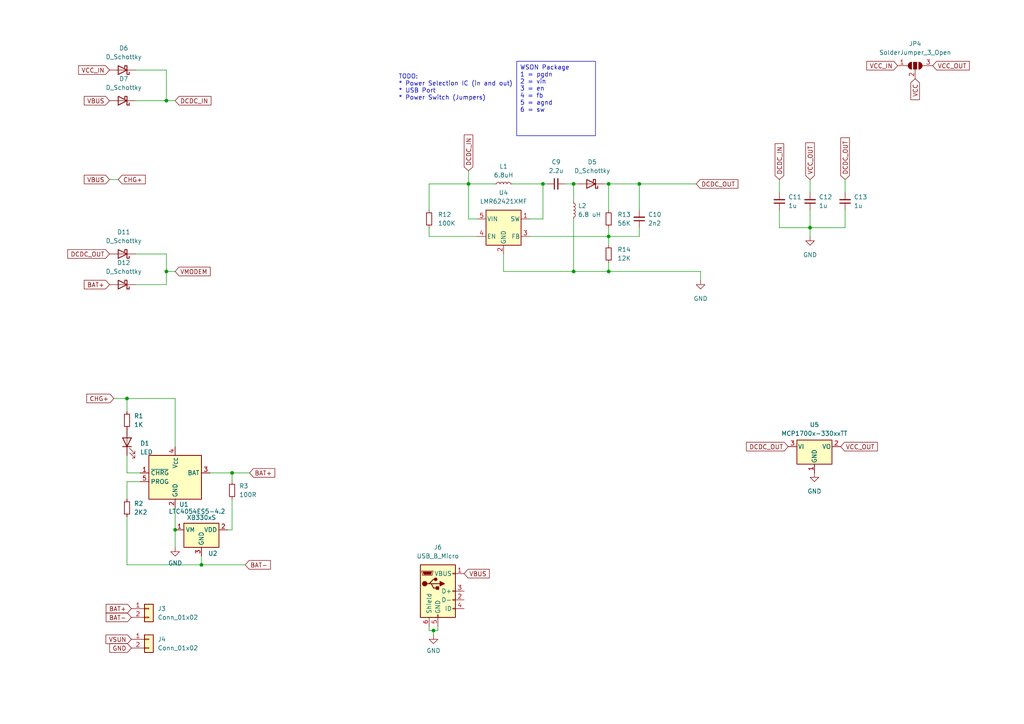
<source format=kicad_sch>
(kicad_sch (version 20230121) (generator eeschema)
  (paper "A4")
  (lib_symbols
    (symbol "AvS_Battery_Management:XB330xA"
      (property "Reference" "U" (at -3.81 3.175 0))
      (property "Value" "XB330xS" (at 0 3.175 0))
      (symbol "XB330xA_0_1"
        (rectangle (start -5.08 1.905) (end 5.08 -5.08) (stroke (width 0.254)) (fill (type background)))
      )
      (symbol "XB330xA_1_1"
        (pin power_in line (at -7.62 0 0) (length 2.54) (name "VM") (number "1"))
        (pin power_out line (at 7.62 0 180) (length 2.54) (name "VDD") (number "2"))
        (pin input line (at 0 -7.62 90) (length 2.54) (name "GND") (number "3"))
      )
    )
    (symbol "Battery_Management:LTC4054ES5-4.2"
      (property "Reference" "U" (at -5.842 6.604 0))
      (property "Value" "LTC4054ES5-4.2" (at 1.524 6.604 0))
      (symbol "LTC4054ES5-4.2_0_1"
        (rectangle (start -7.62 5.08) (end 7.62 -7.62) (stroke (width 0.254)) (fill (type background)))
      )
      (symbol "LTC4054ES5-4.2_1_1"
        (pin open_collector line (at -10.16 0 0) (length 2.54) (name "~{CHRG}") (number "1"))
        (pin power_in line (at 0 -10.16 90) (length 2.54) (name "GND") (number "2"))
        (pin power_out line (at 10.16 0 180) (length 2.54) (name "BAT") (number "3"))
        (pin power_in line (at 0 7.62 270) (length 2.54) (name "V_{CC}") (number "4"))
        (pin bidirectional line (at -10.16 -2.54 0) (length 2.54) (name "PROG") (number "5"))
      )
    )
    (symbol "Connector:USB_B_Micro" (pin_names (offset 1.016))
      (property "Reference" "J" (at -5.08 11.43 0))
      (property "Value" "USB_B_Micro" (at -5.08 8.89 0))
      (symbol "USB_B_Micro_0_1"
        (rectangle (start -5.08 -7.62) (end 5.08 7.62) (stroke (width 0.254)) (fill (type background)))
        (circle (center -3.81 2.159) (radius 0.635) (stroke (width 0.254)) (fill (type outline)))
        (circle (center -0.635 3.429) (radius 0.381) (stroke (width 0.254)) (fill (type outline)))
        (rectangle (start -0.127 -7.62) (end 0.127 -6.858))
        (polyline (pts (xy -1.905 2.159) (xy 0.635 2.159)) (stroke (width 0.254)))
        (polyline (pts (xy -3.175 2.159) (xy -2.54 2.159) (xy -1.27 3.429) (xy -0.635 3.429)) (stroke (width 0.254)))
        (polyline (pts (xy -2.54 2.159) (xy -1.905 2.159) (xy -1.27 0.889) (xy 0 0.889)) (stroke (width 0.254)))
        (polyline (pts (xy 0.635 2.794) (xy 0.635 1.524) (xy 1.905 2.159) (xy 0.635 2.794)) (stroke (width 0.254)) (fill (type outline)))
        (polyline (pts (xy -4.318 5.588) (xy -1.778 5.588) (xy -2.032 4.826) (xy -4.064 4.826) (xy -4.318 5.588)) (fill (type outline)))
        (polyline (pts (xy -4.699 5.842) (xy -4.699 5.588) (xy -4.445 4.826) (xy -4.445 4.572) (xy -1.651 4.572) (xy -1.651 4.826) (xy -1.397 5.588) (xy -1.397 5.842) (xy -4.699 5.842)))
        (rectangle (start 0.254 1.27) (end -0.508 0.508) (stroke (width 0.254)) (fill (type outline)))
        (rectangle (start 5.08 -5.207) (end 4.318 -4.953))
        (rectangle (start 5.08 -2.667) (end 4.318 -2.413))
        (rectangle (start 5.08 -0.127) (end 4.318 0.127))
        (rectangle (start 5.08 4.953) (end 4.318 5.207))
      )
      (symbol "USB_B_Micro_1_1"
        (pin power_out line (at 7.62 5.08 180) (length 2.54) (name "VBUS") (number "1"))
        (pin bidirectional line (at 7.62 -2.54 180) (length 2.54) (name "D-") (number "2"))
        (pin bidirectional line (at 7.62 0 180) (length 2.54) (name "D+") (number "3"))
        (pin passive line (at 7.62 -5.08 180) (length 2.54) (name "ID") (number "4"))
        (pin power_out line (at 0 -10.16 90) (length 2.54) (name "GND") (number "5"))
        (pin passive line (at -2.54 -10.16 90) (length 2.54) (name "Shield") (number "6"))
      )
    )
    (symbol "Connector_Generic:Conn_01x02" (pin_names (offset 1.016) hide)
      (property "Reference" "J" (at 0 2.54 0))
      (property "Value" "Conn_01x02" (at 0 -5.08 0))
      (symbol "Conn_01x02_1_1"
        (rectangle (start -1.27 -2.413) (end 0 -2.667) (stroke (width 0.1524)))
        (rectangle (start -1.27 0.127) (end 0 -0.127) (stroke (width 0.1524)))
        (rectangle (start -1.27 1.27) (end 1.27 -3.81) (stroke (width 0.254)) (fill (type background)))
        (pin passive line (at -5.08 0 0) (length 3.81) (name "Pin_1") (number "1"))
        (pin passive line (at -5.08 -2.54 0) (length 3.81) (name "Pin_2") (number "2"))
      )
    )
    (symbol "Device:C_Small" (pin_numbers hide) (pin_names (offset 0.254) hide)
      (property "Reference" "C" (at 0.254 1.778 0))
      (property "Value" "C_Small" (at 0.254 -2.032 0))
      (symbol "C_Small_0_1"
        (polyline (pts (xy -1.524 -0.508) (xy 1.524 -0.508)) (stroke (width 0.3302)))
        (polyline (pts (xy -1.524 0.508) (xy 1.524 0.508)) (stroke (width 0.3048)))
      )
      (symbol "C_Small_1_1"
        (pin passive line (at 0 2.54 270) (length 2.032) (name "~") (number "1"))
        (pin passive line (at 0 -2.54 90) (length 2.032) (name "~") (number "2"))
      )
    )
    (symbol "Device:D_Schottky" (pin_numbers hide) (pin_names (offset 1.016) hide)
      (property "Reference" "D" (at 0 2.54 0))
      (property "Value" "D_Schottky" (at 0 -2.54 0))
      (symbol "D_Schottky_0_1"
        (polyline (pts (xy 1.27 0) (xy -1.27 0)))
        (polyline (pts (xy 1.27 1.27) (xy 1.27 -1.27) (xy -1.27 0) (xy 1.27 1.27)) (stroke (width 0.254)))
        (polyline (pts (xy -1.905 0.635) (xy -1.905 1.27) (xy -1.27 1.27) (xy -1.27 -1.27) (xy -0.635 -1.27) (xy -0.635 -0.635)) (stroke (width 0.254)))
      )
      (symbol "D_Schottky_1_1"
        (pin passive line (at -3.81 0 0) (length 2.54) (name "K") (number "1"))
        (pin passive line (at 3.81 0 180) (length 2.54) (name "A") (number "2"))
      )
    )
    (symbol "Device:LED" (pin_numbers hide) (pin_names (offset 1.016) hide)
      (property "Reference" "D" (at 0 2.54 0))
      (property "Value" "LED" (at 0 -2.54 0))
      (symbol "LED_0_1"
        (polyline (pts (xy -1.27 -1.27) (xy -1.27 1.27)) (stroke (width 0.254)))
        (polyline (pts (xy -1.27 0) (xy 1.27 0)))
        (polyline (pts (xy 1.27 -1.27) (xy 1.27 1.27) (xy -1.27 0) (xy 1.27 -1.27)) (stroke (width 0.254)))
        (polyline (pts (xy -3.048 -0.762) (xy -4.572 -2.286) (xy -3.81 -2.286) (xy -4.572 -2.286) (xy -4.572 -1.524)))
        (polyline (pts (xy -1.778 -0.762) (xy -3.302 -2.286) (xy -2.54 -2.286) (xy -3.302 -2.286) (xy -3.302 -1.524)))
      )
      (symbol "LED_1_1"
        (pin passive line (at -3.81 0 0) (length 2.54) (name "K") (number "1"))
        (pin passive line (at 3.81 0 180) (length 2.54) (name "A") (number "2"))
      )
    )
    (symbol "Device:L_Small" (pin_numbers hide) (pin_names (offset 0.254) hide)
      (property "Reference" "L" (at 0.762 1.016 0))
      (property "Value" "L_Small" (at 0.762 -1.016 0))
      (symbol "L_Small_0_1"
        (arc (start 0 -2.032) (mid 0.5058 -1.524) (end 0 -1.016))
        (arc (start 0 -1.016) (mid 0.5058 -0.508) (end 0 0))
        (arc (start 0 0) (mid 0.5058 0.508) (end 0 1.016))
        (arc (start 0 1.016) (mid 0.5058 1.524) (end 0 2.032))
      )
      (symbol "L_Small_1_1"
        (pin passive line (at 0 2.54 270) (length 0.508) (name "~") (number "1"))
        (pin passive line (at 0 -2.54 90) (length 0.508) (name "~") (number "2"))
      )
    )
    (symbol "Device:R_Small" (pin_numbers hide) (pin_names (offset 0.254) hide)
      (property "Reference" "R" (at 0.762 0.508 0))
      (property "Value" "R_Small" (at 0.762 -1.016 0))
      (symbol "R_Small_0_1"
        (rectangle (start -0.762 1.778) (end 0.762 -1.778) (stroke (width 0.2032)))
      )
      (symbol "R_Small_1_1"
        (pin passive line (at 0 2.54 270) (length 0.762) (name "~") (number "1"))
        (pin passive line (at 0 -2.54 90) (length 0.762) (name "~") (number "2"))
      )
    )
    (symbol "Jumper:SolderJumper_3_Open" (pin_names (offset 0) hide)
      (property "Reference" "JP" (at -2.54 -2.54 0))
      (property "Value" "SolderJumper_3_Open" (at 0 2.794 0))
      (symbol "SolderJumper_3_Open_0_1"
        (arc (start -1.016 1.016) (mid -2.0276 0) (end -1.016 -1.016))
        (arc (start -1.016 1.016) (mid -2.0276 0) (end -1.016 -1.016) (fill (type outline)))
        (rectangle (start -0.508 1.016) (end 0.508 -1.016) (fill (type outline)))
        (polyline (pts (xy -2.54 0) (xy -2.032 0)))
        (polyline (pts (xy -1.016 1.016) (xy -1.016 -1.016)))
        (polyline (pts (xy 0 -1.27) (xy 0 -1.016)))
        (polyline (pts (xy 1.016 1.016) (xy 1.016 -1.016)))
        (polyline (pts (xy 2.54 0) (xy 2.032 0)))
        (arc (start 1.016 -1.016) (mid 2.0276 0) (end 1.016 1.016))
        (arc (start 1.016 -1.016) (mid 2.0276 0) (end 1.016 1.016) (fill (type outline)))
      )
      (symbol "SolderJumper_3_Open_1_1"
        (pin passive line (at -5.08 0 0) (length 2.54) (name "A") (number "1"))
        (pin passive line (at 0 -3.81 90) (length 2.54) (name "C") (number "2"))
        (pin passive line (at 5.08 0 180) (length 2.54) (name "B") (number "3"))
      )
    )
    (symbol "Regulator_Linear:MCP1700x-330xxTT" (pin_names (offset 0.254))
      (property "Reference" "U" (at -3.81 3.175 0))
      (property "Value" "MCP1700x-330xxTT" (at 0 3.175 0))
      (symbol "MCP1700x-330xxTT_0_1"
        (rectangle (start -5.08 1.905) (end 5.08 -5.08) (stroke (width 0.254)) (fill (type background)))
      )
      (symbol "MCP1700x-330xxTT_1_1"
        (pin power_in line (at 0 -7.62 90) (length 2.54) (name "GND") (number "1"))
        (pin power_out line (at 7.62 0 180) (length 2.54) (name "VO") (number "2"))
        (pin power_in line (at -7.62 0 0) (length 2.54) (name "VI") (number "3"))
      )
    )
    (symbol "Regulator_Switching:LMR62421XMF" (pin_names (offset 0.254))
      (property "Reference" "U" (at -5.08 6.35 0))
      (property "Value" "LMR62421XMF" (at 0 6.35 0))
      (symbol "LMR62421XMF_0_1"
        (rectangle (start -5.08 5.08) (end 5.08 -5.08) (stroke (width 0.254)) (fill (type background)))
      )
      (symbol "LMR62421XMF_1_1"
        (pin output line (at 7.62 2.54 180) (length 2.54) (name "SW") (number "1"))
        (pin power_in line (at 0 -7.62 90) (length 2.54) (name "GND") (number "2"))
        (pin input line (at 7.62 -2.54 180) (length 2.54) (name "FB") (number "3"))
        (pin input line (at -7.62 -2.54 0) (length 2.54) (name "EN") (number "4"))
        (pin input line (at -7.62 2.54 0) (length 2.54) (name "VIN") (number "5"))
      )
    )
    (symbol "power:GND" (power) (pin_names (offset 0))
      (property "Value" "GND" (at 0 -3.81 0))
      (symbol "GND_0_1"
        (polyline (pts (xy 0 0) (xy 0 -1.27) (xy 1.27 -1.27) (xy 0 -2.54) (xy -1.27 -1.27) (xy 0 -1.27)))
      )
      (symbol "GND_1_1"
        (pin power_in line (at 0 0 270) (length 0) hide (name "GND") (number "1"))
      )
    )
  )
  (junction (at 157.48 53.34))
  (junction (at 176.53 53.34))
  (junction (at 185.42 53.34))
  (junction (at 48.26 29.21))
  (junction (at 48.26 78.74))
  (junction (at 166.37 78.74))
  (junction (at 176.53 78.74))
  (junction (at 234.95 66.04))
  (junction (at 50.8 153.67))
  (junction (at 135.89 53.34))
  (junction (at 58.42 163.83))
  (junction (at 125.73 182.88))
  (junction (at 67.31 137.16))
  (junction (at 176.53 68.58))
  (junction (at 166.37 53.34))
  (junction (at 36.83 115.57))
  (wire (pts (xy 153.67 63.5) (xy 157.48 63.5)))
  (wire (pts (xy 50.8 153.67) (xy 50.8 158.75)))
  (wire (pts (xy 135.89 53.34) (xy 143.51 53.34)))
  (wire (pts (xy 163.83 53.34) (xy 166.37 53.34)))
  (wire (pts (xy 48.26 82.55) (xy 39.37 82.55)))
  (wire (pts (xy 234.95 52.07) (xy 234.95 55.88)))
  (wire (pts (xy 185.42 53.34) (xy 176.53 53.34)))
  (wire (pts (xy 67.31 144.78) (xy 67.31 153.67)))
  (wire (pts (xy 135.89 53.34) (xy 124.46 53.34)))
  (wire (pts (xy 36.83 139.7) (xy 36.83 144.78)))
  (wire (pts (xy 67.31 153.67) (xy 66.04 153.67)))
  (wire (pts (xy 185.42 68.58) (xy 185.42 66.04)))
  (wire (pts (xy 67.31 137.16) (xy 72.39 137.16)))
  (wire (pts (xy 157.48 63.5) (xy 157.48 53.34)))
  (wire (pts (xy 166.37 53.34) (xy 167.64 53.34)))
  (wire (pts (xy 71.12 163.83) (xy 58.42 163.83)))
  (wire (pts (xy 36.83 137.16) (xy 40.64 137.16)))
  (wire (pts (xy 176.53 68.58) (xy 185.42 68.58)))
  (wire (pts (xy 127 181.61) (xy 127 182.88)))
  (wire (pts (xy 146.05 73.66) (xy 146.05 78.74)))
  (wire (pts (xy 153.67 68.58) (xy 176.53 68.58)))
  (wire (pts (xy 226.06 60.96) (xy 226.06 66.04)))
  (wire (pts (xy 31.75 52.07) (xy 34.29 52.07)))
  (wire (pts (xy 36.83 115.57) (xy 50.8 115.57)))
  (wire (pts (xy 36.83 132.08) (xy 36.83 137.16)))
  (wire (pts (xy 176.53 66.04) (xy 176.53 68.58)))
  (wire (pts (xy 60.96 137.16) (xy 67.31 137.16)))
  (wire (pts (xy 124.46 182.88) (xy 125.73 182.88)))
  (wire (pts (xy 36.83 149.86) (xy 36.83 163.83)))
  (wire (pts (xy 124.46 68.58) (xy 124.46 66.04)))
  (wire (pts (xy 175.26 53.34) (xy 176.53 53.34)))
  (wire (pts (xy 39.37 29.21) (xy 48.26 29.21)))
  (wire (pts (xy 245.11 66.04) (xy 245.11 60.96)))
  (wire (pts (xy 48.26 78.74) (xy 50.8 78.74)))
  (wire (pts (xy 125.73 182.88) (xy 125.73 184.15)))
  (wire (pts (xy 203.2 78.74) (xy 203.2 81.28)))
  (wire (pts (xy 67.31 139.7) (xy 67.31 137.16)))
  (wire (pts (xy 148.59 53.34) (xy 157.48 53.34)))
  (wire (pts (xy 39.37 73.66) (xy 48.26 73.66)))
  (wire (pts (xy 176.53 68.58) (xy 176.53 71.12)))
  (wire (pts (xy 124.46 181.61) (xy 124.46 182.88)))
  (wire (pts (xy 166.37 63.5) (xy 166.37 78.74)))
  (wire (pts (xy 166.37 53.34) (xy 166.37 58.42)))
  (wire (pts (xy 185.42 60.96) (xy 185.42 53.34)))
  (wire (pts (xy 185.42 53.34) (xy 201.93 53.34)))
  (wire (pts (xy 39.37 20.32) (xy 48.26 20.32)))
  (wire (pts (xy 245.11 52.07) (xy 245.11 55.88)))
  (wire (pts (xy 33.02 115.57) (xy 36.83 115.57)))
  (wire (pts (xy 226.06 52.07) (xy 226.06 55.88)))
  (wire (pts (xy 48.26 78.74) (xy 48.26 82.55)))
  (wire (pts (xy 176.53 53.34) (xy 176.53 60.96)))
  (wire (pts (xy 138.43 63.5) (xy 135.89 63.5)))
  (wire (pts (xy 146.05 78.74) (xy 166.37 78.74)))
  (wire (pts (xy 125.73 182.88) (xy 127 182.88)))
  (wire (pts (xy 36.83 163.83) (xy 58.42 163.83)))
  (wire (pts (xy 50.8 147.32) (xy 50.8 153.67)))
  (wire (pts (xy 50.8 115.57) (xy 50.8 129.54)))
  (wire (pts (xy 138.43 68.58) (xy 124.46 68.58)))
  (wire (pts (xy 176.53 78.74) (xy 203.2 78.74)))
  (wire (pts (xy 124.46 53.34) (xy 124.46 60.96)))
  (wire (pts (xy 157.48 53.34) (xy 158.75 53.34)))
  (wire (pts (xy 234.95 66.04) (xy 245.11 66.04)))
  (wire (pts (xy 48.26 73.66) (xy 48.26 78.74)))
  (wire (pts (xy 40.64 139.7) (xy 36.83 139.7)))
  (wire (pts (xy 176.53 78.74) (xy 166.37 78.74)))
  (wire (pts (xy 135.89 53.34) (xy 135.89 49.53)))
  (wire (pts (xy 135.89 63.5) (xy 135.89 53.34)))
  (wire (pts (xy 58.42 163.83) (xy 58.42 161.29)))
  (wire (pts (xy 176.53 76.2) (xy 176.53 78.74)))
  (wire (pts (xy 234.95 60.96) (xy 234.95 66.04)))
  (wire (pts (xy 48.26 29.21) (xy 50.8 29.21)))
  (wire (pts (xy 226.06 66.04) (xy 234.95 66.04)))
  (wire (pts (xy 234.95 66.04) (xy 234.95 68.58)))
  (wire (pts (xy 48.26 20.32) (xy 48.26 29.21)))
  (wire (pts (xy 36.83 115.57) (xy 36.83 119.38)))
  (text_box "WSON Package\n1 = pgdn\n2 = vin\n3 = en\n4 = fb\n5 = agnd\n6 = sw" (at 149.86 17.78 0) (size 22.86 21.59) (effects (font (size 1.27 1.27)) (justify left top)))
  (text "TODO: \n* Power Selection IC (in and out)\n* USB Port\n* Power Switch (Jumpers)  " (at 115.57 29.21 0) (effects (font (size 1.27 1.27)) (justify left bottom)))
  (global_label "BAT+" (shape input) (at 72.39 137.16 0) (property "Intersheetrefs" "${INTERSHEET_REFS}" (effects hide)))
  (global_label "BAT+" (shape input) (at 31.75 82.55 180) (property "Intersheetrefs" "${INTERSHEET_REFS}" (effects hide)))
  (global_label "VCC_IN" (shape input) (at 260.35 19.05 180) (property "Intersheetrefs" "${INTERSHEET_REFS}" (effects hide)))
  (global_label "CHG+" (shape input) (at 33.02 115.57 180) (property "Intersheetrefs" "${INTERSHEET_REFS}" (effects hide)))
  (global_label "VCC_IN" (shape input) (at 31.75 20.32 180) (property "Intersheetrefs" "${INTERSHEET_REFS}" (effects hide)))
  (global_label "DCDC_OUT" (shape input) (at 245.11 52.07 90) (property "Intersheetrefs" "${INTERSHEET_REFS}" (effects hide)))
  (global_label "VCC_OUT" (shape input) (at 243.84 129.54 0) (property "Intersheetrefs" "${INTERSHEET_REFS}" (effects hide)))
  (global_label "DCDC_IN" (shape input) (at 50.8 29.21 0) (property "Intersheetrefs" "${INTERSHEET_REFS}" (effects hide)))
  (global_label "DCDC_IN" (shape input) (at 226.06 52.07 90) (property "Intersheetrefs" "${INTERSHEET_REFS}" (effects hide)))
  (global_label "DCDC_OUT" (shape input) (at 228.6 129.54 180) (property "Intersheetrefs" "${INTERSHEET_REFS}" (effects hide)))
  (global_label "BAT+" (shape input) (at 38.1 176.53 180) (property "Intersheetrefs" "${INTERSHEET_REFS}" (effects hide)))
  (global_label "VSUN" (shape input) (at 38.1 185.42 180) (property "Intersheetrefs" "${INTERSHEET_REFS}" (effects hide)))
  (global_label "VBUS" (shape input) (at 134.62 166.37 0) (property "Intersheetrefs" "${INTERSHEET_REFS}" (effects hide)))
  (global_label "VCC_OUT" (shape input) (at 270.51 19.05 0) (property "Intersheetrefs" "${INTERSHEET_REFS}" (effects hide)))
  (global_label "GND" (shape input) (at 38.1 187.96 180) (property "Intersheetrefs" "${INTERSHEET_REFS}" (effects hide)))
  (global_label "BAT-" (shape input) (at 38.1 179.07 180) (property "Intersheetrefs" "${INTERSHEET_REFS}" (effects hide)))
  (global_label "VMODEM" (shape input) (at 50.8 78.74 0) (property "Intersheetrefs" "${INTERSHEET_REFS}" (effects hide)))
  (global_label "BAT-" (shape input) (at 71.12 163.83 0) (property "Intersheetrefs" "${INTERSHEET_REFS}" (effects hide)))
  (global_label "DCDC_OUT" (shape input) (at 31.75 73.66 180) (property "Intersheetrefs" "${INTERSHEET_REFS}" (effects hide)))
  (global_label "DCDC_IN" (shape input) (at 135.89 49.53 90) (property "Intersheetrefs" "${INTERSHEET_REFS}" (effects hide)))
  (global_label "DCDC_OUT" (shape input) (at 201.93 53.34 0) (property "Intersheetrefs" "${INTERSHEET_REFS}" (effects hide)))
  (global_label "VBUS" (shape input) (at 31.75 52.07 180) (property "Intersheetrefs" "${INTERSHEET_REFS}" (effects hide)))
  (global_label "VCC" (shape input) (at 265.43 22.86 270) (property "Intersheetrefs" "${INTERSHEET_REFS}" (effects hide)) (property "Intersheet-verwijzingen" "${INTERSHEET_REFS}" (effects hide)))
  (global_label "VCC_OUT" (shape input) (at 234.95 52.07 90) (property "Intersheetrefs" "${INTERSHEET_REFS}" (effects hide)))
  (global_label "CHG+" (shape input) (at 34.29 52.07 0) (property "Intersheetrefs" "${INTERSHEET_REFS}" (effects hide)))
  (global_label "VBUS" (shape input) (at 31.75 29.21 180) (property "Intersheetrefs" "${INTERSHEET_REFS}" (effects hide)))
  (symbol (lib_id "Jumper:SolderJumper_3_Open") (at 265.43 19.05 0) (unit 1)
    (property "Reference" "JP4" (at 265.43 12.7 0))
    (property "Value" "SolderJumper_3_Open" (at 265.43 15.24 0))
    (property "Footprint" "Jumper:SolderJumper-3_P1.3mm_Open_RoundedPad1.0x1.5mm" (effects hide))
  )
  (symbol (lib_id "power:GND") (at 236.22 137.16 0) (unit 1)
    (property "Reference" "#PWR024" (effects hide))
    (property "Value" "GND" (at 236.22 142.494 0))
  )
  (symbol (lib_id "power:GND") (at 234.95 68.58 0) (unit 1)
    (property "Reference" "#PWR025" (effects hide))
    (property "Value" "GND" (at 234.95 73.914 0))
  )
  (symbol (lib_id "Device:D_Schottky") (at 35.56 73.66 180) (unit 1)
    (property "Reference" "D11" (at 35.8775 67.31 0))
    (property "Value" "D_Schottky" (at 35.8775 69.85 0))
    (property "Footprint" "Diode_SMD:D_0805_2012Metric" (effects hide))
  )
  (symbol (lib_id "Regulator_Switching:LMR62421XMF") (at 146.05 66.04 0) (unit 1)
    (property "Reference" "U4" (at 146.05 55.88 0))
    (property "Value" "LMR62421XMF" (at 146.05 58.42 0))
    (property "Footprint" "Package_TO_SOT_SMD:SOT-23-5" (effects hide))
    (property "Datasheet" "http://www.ti.com/lit/ds/symlink/lmr62421.pdf" (effects hide))
  )
  (symbol (lib_id "power:GND") (at 203.2 81.28 0) (unit 1)
    (property "Reference" "#PWR023" (effects hide))
    (property "Value" "GND" (at 203.2 86.614 0))
  )
  (symbol (lib_id "power:GND") (at 50.8 158.75 0) (unit 1)
    (property "Reference" "#PWR01" (effects hide))
    (property "Value" "GND" (at 50.8 163.322 0))
  )
  (symbol (lib_id "Regulator_Linear:MCP1700x-330xxTT") (at 236.22 129.54 0) (unit 1)
    (property "Reference" "U5" (at 236.22 123.19 0))
    (property "Value" "MCP1700x-330xxTT" (at 236.22 125.73 0))
    (property "Footprint" "Package_TO_SOT_SMD:SOT-23" (effects hide))
    (property "Datasheet" "http://ww1.microchip.com/downloads/en/DeviceDoc/20001826D.pdf" (effects hide))
  )
  (symbol (lib_id "Device:C_Small") (at 185.42 63.5 180) (unit 1)
    (property "Reference" "C10" (at 187.96 62.2236 0) (effects (justify right)))
    (property "Value" "2n2" (at 187.96 64.7636 0) (effects (justify right)))
    (property "Footprint" "Capacitor_SMD:C_0805_2012Metric" (effects hide))
  )
  (symbol (lib_id "Device:R_Small") (at 176.53 73.66 0) (unit 1)
    (property "Reference" "R14" (at 179.07 72.39 0) (effects (justify left)))
    (property "Value" "12K" (at 179.07 74.93 0) (effects (justify left)))
    (property "Footprint" "Resistor_SMD:R_0805_2012Metric" (effects hide))
  )
  (symbol (lib_id "Device:R_Small") (at 67.31 142.24 0) (unit 1)
    (property "Reference" "R3" (at 69.342 140.97 0) (effects (justify left)))
    (property "Value" "100R" (at 69.342 143.51 0) (effects (justify left)))
    (property "Footprint" "Resistor_SMD:R_0805_2012Metric" (effects hide))
  )
  (symbol (lib_id "Device:R_Small") (at 36.83 147.32 0) (unit 1)
    (property "Reference" "R2" (at 38.862 146.05 0) (effects (justify left)))
    (property "Value" "2K2" (at 38.862 148.59 0) (effects (justify left)))
    (property "Footprint" "Resistor_SMD:R_0805_2012Metric" (effects hide))
  )
  (symbol (lib_id "Connector_Generic:Conn_01x02") (at 43.18 185.42 0) (unit 1)
    (property "Reference" "J4" (at 45.72 185.42 0) (effects (justify left)))
    (property "Value" "Conn_01x02" (at 45.72 187.96 0) (effects (justify left)))
    (property "Footprint" "Connector_PinHeader_2.54mm:PinHeader_1x02_P2.54mm_Horizontal" (effects hide))
  )
  (symbol (lib_id "power:GND") (at 125.73 184.15 0) (unit 1)
    (property "Reference" "#PWR01" (effects hide))
    (property "Value" "GND" (at 125.73 188.722 0))
    (instances (project "m590" (path "" (reference "#PWR01") (unit 1)) (path "" (reference "#PWR03") (unit 1))))
  )
  (symbol (lib_id "Device:C_Small") (at 245.11 58.42 180) (unit 1)
    (property "Reference" "C13" (at 247.65 57.1436 0) (effects (justify right)))
    (property "Value" "1u" (at 247.65 59.6836 0) (effects (justify right)))
    (property "Footprint" "Capacitor_SMD:C_0805_2012Metric" (effects hide))
  )
  (symbol (lib_id "Device:C_Small") (at 161.29 53.34 90) (unit 1)
    (property "Reference" "C9" (at 161.2963 46.99 90))
    (property "Value" "2.2u" (at 161.2963 49.53 90))
    (property "Footprint" "Capacitor_SMD:C_0805_2012Metric" (effects hide))
  )
  (symbol (lib_id "Battery_Management:LTC4054ES5-4.2") (at 50.8 137.16 0) (unit 1)
    (property "Reference" "U1" (at 53.34 146.304 0))
    (property "Value" "LTC4054ES5-4.2" (at 57.15 148.336 0))
    (property "Footprint" "Package_TO_SOT_SMD:TSOT-23-5" (effects hide))
    (property "Datasheet" "https://www.analog.com/media/en/technical-documentation/data-sheets/405442xf.pdf" (effects hide))
  )
  (symbol (lib_id "Connector:USB_B_Micro") (at 127 171.45 0) (unit 1)
    (property "Reference" "J6" (at 127 158.75 0))
    (property "Value" "USB_B_Micro" (at 127 161.29 0))
    (property "Footprint" "AvS_Connector:USB_Micro-B_XKB_U254-05XX-4BH806" (effects hide))
  )
  (symbol (lib_id "Device:D_Schottky") (at 171.45 53.34 180) (unit 1)
    (property "Reference" "D5" (at 171.7675 46.99 0))
    (property "Value" "D_Schottky" (at 171.7675 49.53 0))
    (property "Footprint" "Diode_SMD:D_0805_2012Metric" (effects hide))
  )
  (symbol (lib_id "Device:R_Small") (at 124.46 63.5 0) (unit 1)
    (property "Reference" "R12" (at 127 62.23 0) (effects (justify left)))
    (property "Value" "100K" (at 127 64.77 0) (effects (justify left)))
    (property "Footprint" "Resistor_SMD:R_0805_2012Metric" (effects hide))
  )
  (symbol (lib_id "Device:R_Small") (at 36.83 121.92 0) (unit 1)
    (property "Reference" "R1" (at 38.862 120.65 0) (effects (justify left)))
    (property "Value" "1K" (at 38.862 123.19 0) (effects (justify left)))
    (property "Footprint" "Resistor_SMD:R_0805_2012Metric" (effects hide))
  )
  (symbol (lib_id "Device:R_Small") (at 176.53 63.5 0) (unit 1)
    (property "Reference" "R13" (at 179.07 62.23 0) (effects (justify left)))
    (property "Value" "56K" (at 179.07 64.77 0) (effects (justify left)))
    (property "Footprint" "Resistor_SMD:R_0805_2012Metric" (effects hide))
  )
  (symbol (lib_id "Device:C_Small") (at 234.95 58.42 180) (unit 1)
    (property "Reference" "C12" (at 237.49 57.1436 0) (effects (justify right)))
    (property "Value" "1u" (at 237.49 59.6836 0) (effects (justify right)))
    (property "Footprint" "Capacitor_SMD:C_0805_2012Metric" (effects hide))
  )
  (symbol (lib_id "Device:D_Schottky") (at 35.56 20.32 180) (unit 1)
    (property "Reference" "D6" (at 35.8775 13.97 0))
    (property "Value" "D_Schottky" (at 35.8775 16.51 0))
    (property "Footprint" "Diode_SMD:D_0805_2012Metric" (effects hide))
  )
  (symbol (lib_id "Device:D_Schottky") (at 35.56 29.21 180) (unit 1)
    (property "Reference" "D7" (at 35.8775 22.86 0))
    (property "Value" "D_Schottky" (at 35.8775 25.4 0))
    (property "Footprint" "Diode_SMD:D_0805_2012Metric" (effects hide))
  )
  (symbol (lib_id "Device:LED") (at 36.83 128.27 90) (unit 1)
    (property "Reference" "D1" (at 40.64 128.5875 90) (effects (justify right)))
    (property "Value" "LED" (at 40.64 131.1275 90) (effects (justify right)))
    (property "Footprint" "LED_SMD:LED_0805_2012Metric" (effects hide))
  )
  (symbol (lib_id "Device:D_Schottky") (at 35.56 82.55 180) (unit 1)
    (property "Reference" "D12" (at 35.8775 76.2 0))
    (property "Value" "D_Schottky" (at 35.8775 78.74 0))
    (property "Footprint" "Diode_SMD:D_0805_2012Metric" (effects hide))
  )
  (symbol (lib_id "AvS_Battery_Management:XB330xA") (at 58.42 153.67 0) (unit 1)
    (property "Reference" "U2" (at 61.722 160.528 0))
    (property "Value" "XB330xS" (at 58.42 150.114 0))
    (property "Footprint" "Package_TO_SOT_SMD:SOT-23-3" (effects hide))
  )
  (symbol (lib_id "Device:L_Small") (at 146.05 53.34 90) (unit 1)
    (property "Reference" "L1" (at 146.05 48.26 90))
    (property "Value" "6.8uH" (at 146.05 50.8 90))
    (property "Footprint" "Inductor_SMD:L_Bourns_SRP7028A_7.3x6.6mm" (effects hide))
  )
  (symbol (lib_id "Device:C_Small") (at 226.06 58.42 180) (unit 1)
    (property "Reference" "C11" (at 228.6 57.1436 0) (effects (justify right)))
    (property "Value" "1u" (at 228.6 59.6836 0) (effects (justify right)))
    (property "Footprint" "Capacitor_SMD:C_0805_2012Metric" (effects hide))
  )
  (symbol (lib_id "Connector_Generic:Conn_01x02") (at 43.18 176.53 0) (unit 1)
    (property "Reference" "J3" (at 45.72 176.53 0) (effects (justify left)))
    (property "Value" "Conn_01x02" (at 45.72 179.07 0) (effects (justify left)))
    (property "Footprint" "Connector_PinHeader_2.54mm:PinHeader_1x02_P2.54mm_Horizontal" (effects hide))
  )
  (symbol (lib_id "Device:L_Small") (at 166.37 60.96 0) (unit 1)
    (property "Reference" "L2" (at 167.64 59.69 0) (effects (justify left)))
    (property "Value" "6.8 uH" (at 167.64 62.23 0) (effects (justify left)))
    (property "Footprint" "Inductor_SMD:L_Bourns_SRP7028A_7.3x6.6mm" (effects hide))
  )
)
</source>
